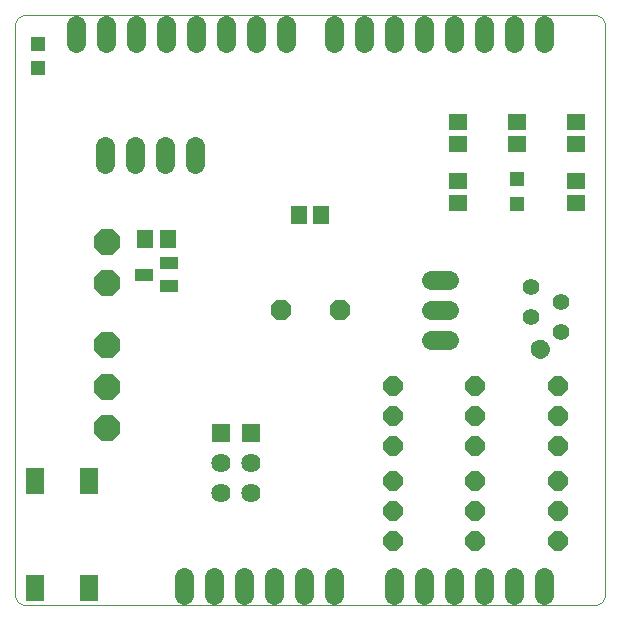
<source format=gts>
G75*
%MOIN*%
%OFA0B0*%
%FSLAX24Y24*%
%IPPOS*%
%LPD*%
%AMOC8*
5,1,8,0,0,1.08239X$1,22.5*
%
%ADD10C,0.0000*%
%ADD11C,0.0640*%
%ADD12R,0.0631X0.0552*%
%ADD13R,0.0512X0.0512*%
%ADD14C,0.0560*%
%ADD15C,0.0631*%
%ADD16OC8,0.0670*%
%ADD17R,0.0552X0.0631*%
%ADD18R,0.0640X0.0640*%
%ADD19C,0.0640*%
%ADD20R,0.0591X0.0867*%
%ADD21OC8,0.0867*%
%ADD22OC8,0.0642*%
%ADD23R,0.0591X0.0434*%
D10*
X003228Y003056D02*
X003228Y021954D01*
X003230Y021993D01*
X003236Y022031D01*
X003245Y022068D01*
X003258Y022105D01*
X003275Y022140D01*
X003294Y022173D01*
X003317Y022204D01*
X003343Y022233D01*
X003372Y022259D01*
X003403Y022282D01*
X003436Y022301D01*
X003471Y022318D01*
X003508Y022331D01*
X003545Y022340D01*
X003583Y022346D01*
X003622Y022348D01*
X003622Y022347D02*
X022519Y022347D01*
X022519Y022348D02*
X022558Y022346D01*
X022596Y022340D01*
X022633Y022331D01*
X022670Y022318D01*
X022705Y022301D01*
X022738Y022282D01*
X022769Y022259D01*
X022798Y022233D01*
X022824Y022204D01*
X022847Y022173D01*
X022866Y022140D01*
X022883Y022105D01*
X022896Y022068D01*
X022905Y022031D01*
X022911Y021993D01*
X022913Y021954D01*
X022913Y003056D01*
X022911Y003017D01*
X022905Y002979D01*
X022896Y002942D01*
X022883Y002905D01*
X022866Y002870D01*
X022847Y002837D01*
X022824Y002806D01*
X022798Y002777D01*
X022769Y002751D01*
X022738Y002728D01*
X022705Y002709D01*
X022670Y002692D01*
X022633Y002679D01*
X022596Y002670D01*
X022558Y002664D01*
X022519Y002662D01*
X003622Y002662D01*
X003583Y002664D01*
X003545Y002670D01*
X003508Y002679D01*
X003471Y002692D01*
X003436Y002709D01*
X003403Y002728D01*
X003372Y002751D01*
X003343Y002777D01*
X003317Y002806D01*
X003294Y002837D01*
X003275Y002870D01*
X003258Y002905D01*
X003245Y002942D01*
X003236Y002979D01*
X003230Y003017D01*
X003228Y003056D01*
X020441Y011204D02*
X020443Y011238D01*
X020449Y011272D01*
X020459Y011305D01*
X020472Y011336D01*
X020490Y011366D01*
X020510Y011394D01*
X020534Y011419D01*
X020560Y011441D01*
X020588Y011459D01*
X020619Y011475D01*
X020651Y011487D01*
X020685Y011495D01*
X020719Y011499D01*
X020753Y011499D01*
X020787Y011495D01*
X020821Y011487D01*
X020853Y011475D01*
X020883Y011459D01*
X020912Y011441D01*
X020938Y011419D01*
X020962Y011394D01*
X020982Y011366D01*
X021000Y011336D01*
X021013Y011305D01*
X021023Y011272D01*
X021029Y011238D01*
X021031Y011204D01*
X021029Y011170D01*
X021023Y011136D01*
X021013Y011103D01*
X021000Y011072D01*
X020982Y011042D01*
X020962Y011014D01*
X020938Y010989D01*
X020912Y010967D01*
X020884Y010949D01*
X020853Y010933D01*
X020821Y010921D01*
X020787Y010913D01*
X020753Y010909D01*
X020719Y010909D01*
X020685Y010913D01*
X020651Y010921D01*
X020619Y010933D01*
X020588Y010949D01*
X020560Y010967D01*
X020534Y010989D01*
X020510Y011014D01*
X020490Y011042D01*
X020472Y011072D01*
X020459Y011103D01*
X020449Y011136D01*
X020443Y011170D01*
X020441Y011204D01*
D11*
X017701Y011505D02*
X017101Y011505D01*
X017101Y012505D02*
X017701Y012505D01*
X017701Y013505D02*
X017101Y013505D01*
X016871Y021405D02*
X016871Y022005D01*
X017871Y022005D02*
X017871Y021405D01*
X018871Y021405D02*
X018871Y022005D01*
X019871Y022005D02*
X019871Y021405D01*
X020871Y021405D02*
X020871Y022005D01*
X015871Y022005D02*
X015871Y021405D01*
X014871Y021405D02*
X014871Y022005D01*
X013871Y022005D02*
X013871Y021405D01*
X012271Y021405D02*
X012271Y022005D01*
X011271Y022005D02*
X011271Y021405D01*
X010271Y021405D02*
X010271Y022005D01*
X009271Y022005D02*
X009271Y021405D01*
X008271Y021405D02*
X008271Y022005D01*
X007271Y022005D02*
X007271Y021405D01*
X006271Y021405D02*
X006271Y022005D01*
X005271Y022005D02*
X005271Y021405D01*
X006228Y017962D02*
X006228Y017362D01*
X007228Y017362D02*
X007228Y017962D01*
X008228Y017962D02*
X008228Y017362D01*
X009228Y017362D02*
X009228Y017962D01*
X008871Y003605D02*
X008871Y003005D01*
X009871Y003005D02*
X009871Y003605D01*
X010871Y003605D02*
X010871Y003005D01*
X011871Y003005D02*
X011871Y003605D01*
X012871Y003605D02*
X012871Y003005D01*
X013871Y003005D02*
X013871Y003605D01*
X015871Y003605D02*
X015871Y003005D01*
X016871Y003005D02*
X016871Y003605D01*
X017871Y003605D02*
X017871Y003005D01*
X018871Y003005D02*
X018871Y003605D01*
X019871Y003605D02*
X019871Y003005D01*
X020871Y003005D02*
X020871Y003605D01*
D12*
X021929Y016068D03*
X021929Y016816D03*
X021929Y018036D03*
X021929Y018784D03*
X019960Y018784D03*
X019960Y018036D03*
X017992Y018036D03*
X017992Y018784D03*
X017992Y016816D03*
X017992Y016068D03*
D13*
X019960Y016028D03*
X019960Y016855D03*
X004015Y020556D03*
X004015Y021383D03*
D14*
X020445Y013255D03*
X020445Y012255D03*
X021445Y012755D03*
X021445Y011755D03*
D15*
X020736Y011204D03*
D16*
X014055Y012505D03*
X012086Y012505D03*
D17*
X012697Y015654D03*
X013445Y015654D03*
X008326Y014867D03*
X007578Y014867D03*
D18*
X010118Y008387D03*
X011102Y008387D03*
D19*
X011102Y007387D03*
X010118Y007387D03*
X010118Y006387D03*
X011102Y006387D03*
D20*
X005689Y006816D03*
X003917Y006816D03*
X003917Y003233D03*
X005689Y003233D03*
D21*
X006299Y008568D03*
X006299Y009946D03*
X006299Y011324D03*
X006299Y013391D03*
X006299Y014769D03*
D22*
X015826Y009961D03*
X015826Y008961D03*
X015826Y007961D03*
X015826Y006812D03*
X015826Y005812D03*
X015826Y004812D03*
X018582Y004812D03*
X018582Y005812D03*
X018582Y006812D03*
X018582Y007961D03*
X018582Y008961D03*
X018582Y009961D03*
X021338Y009961D03*
X021338Y008961D03*
X021338Y007961D03*
X021338Y006812D03*
X021338Y005812D03*
X021338Y004812D03*
D23*
X008385Y013312D03*
X008385Y014060D03*
X007519Y013686D03*
M02*

</source>
